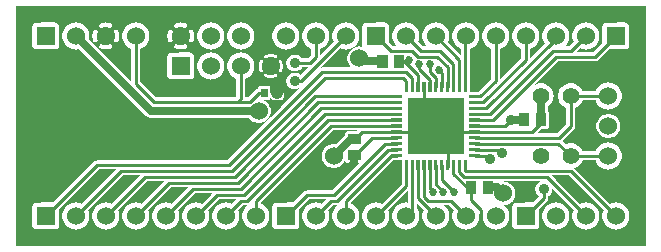
<source format=gbr>
G04 start of page 2 for group 0 idx 0 *
G04 Title: (unknown), component *
G04 Creator: pcb 20110918 *
G04 CreationDate: Wed Aug  7 17:59:57 2013 UTC *
G04 For: mokus *
G04 Format: Gerber/RS-274X *
G04 PCB-Dimensions: 210000 80000 *
G04 PCB-Coordinate-Origin: lower left *
%MOIN*%
%FSLAX25Y25*%
%LNTOP*%
%ADD27C,0.0280*%
%ADD26C,0.0300*%
%ADD25C,0.0380*%
%ADD24C,0.0130*%
%ADD23C,0.0350*%
%ADD22C,0.0200*%
%ADD21C,0.0270*%
%ADD20C,0.0360*%
%ADD19R,0.0216X0.0216*%
%ADD18R,0.0110X0.0110*%
%ADD17R,0.0335X0.0335*%
%ADD16C,0.0550*%
%ADD15C,0.0600*%
%ADD14C,0.0400*%
%ADD13C,0.0250*%
%ADD12C,0.0100*%
%ADD11C,0.0001*%
G54D11*G36*
X50243Y18122D02*X51621Y19500D01*
X57379D01*
X51944Y14065D01*
X51395Y14293D01*
X50706Y14458D01*
X50243Y14495D01*
Y18122D01*
G37*
G36*
X64993Y17500D02*X65379D01*
X64993Y17114D01*
Y17500D01*
G37*
G36*
X88284Y21162D02*X105621Y38500D01*
X113624D01*
X113548Y38425D01*
X110678Y38419D01*
X110525Y38382D01*
X110380Y38322D01*
X110245Y38240D01*
X110126Y38137D01*
X110023Y38018D01*
X109941Y37883D01*
X109881Y37738D01*
X109844Y37585D01*
X109835Y37428D01*
X109836Y37018D01*
X106751Y33933D01*
X106628Y33963D01*
X106000Y34012D01*
X105372Y33963D01*
X104760Y33816D01*
X104178Y33575D01*
X103642Y33246D01*
X103163Y32837D01*
X102754Y32358D01*
X102425Y31822D01*
X102184Y31240D01*
X102037Y30628D01*
X101988Y30000D01*
X102037Y29372D01*
X102184Y28760D01*
X102425Y28178D01*
X102754Y27642D01*
X103163Y27163D01*
X103642Y26754D01*
X104178Y26425D01*
X104760Y26184D01*
X105372Y26037D01*
X106000Y25988D01*
X106628Y26037D01*
X107240Y26184D01*
X107822Y26425D01*
X108358Y26754D01*
X108837Y27163D01*
X109246Y27642D01*
X109575Y28178D01*
X109816Y28760D01*
X109843Y28873D01*
X109844Y28415D01*
X109881Y28262D01*
X109941Y28117D01*
X110023Y27982D01*
X110126Y27863D01*
X110245Y27760D01*
X110380Y27678D01*
X110525Y27618D01*
X110678Y27581D01*
X110835Y27572D01*
X114458Y27579D01*
X105379Y18500D01*
X97059D01*
X97000Y18505D01*
X96765Y18486D01*
X96535Y18431D01*
X96317Y18341D01*
X96116Y18217D01*
X96115Y18217D01*
X95936Y18064D01*
X95898Y18019D01*
X92377Y14499D01*
X88284Y14489D01*
Y21162D01*
G37*
G36*
X210000Y0D02*X197494D01*
Y6258D01*
X197951Y5978D01*
X198605Y5707D01*
X199294Y5542D01*
X200000Y5486D01*
X200706Y5542D01*
X201395Y5707D01*
X202049Y5978D01*
X202653Y6348D01*
X203192Y6808D01*
X203652Y7347D01*
X204022Y7951D01*
X204293Y8605D01*
X204458Y9294D01*
X204500Y10000D01*
X204458Y10706D01*
X204293Y11395D01*
X204022Y12049D01*
X203652Y12653D01*
X203192Y13192D01*
X202653Y13652D01*
X202049Y14022D01*
X201395Y14293D01*
X200706Y14458D01*
X200000Y14514D01*
X199294Y14458D01*
X198605Y14293D01*
X198056Y14065D01*
X197494Y14627D01*
Y25487D01*
X197500Y25486D01*
X198206Y25542D01*
X198895Y25707D01*
X199549Y25978D01*
X200153Y26348D01*
X200692Y26808D01*
X201152Y27347D01*
X201522Y27951D01*
X201793Y28605D01*
X201958Y29294D01*
X202000Y30000D01*
X201958Y30706D01*
X201793Y31395D01*
X201522Y32049D01*
X201152Y32653D01*
X200692Y33192D01*
X200153Y33652D01*
X199549Y34022D01*
X198895Y34293D01*
X198206Y34458D01*
X197500Y34514D01*
X197494Y34513D01*
Y35988D01*
X197500Y35988D01*
X198128Y36037D01*
X198740Y36184D01*
X199322Y36425D01*
X199858Y36754D01*
X200337Y37163D01*
X200746Y37642D01*
X201075Y38178D01*
X201316Y38760D01*
X201463Y39372D01*
X201500Y40000D01*
X201463Y40628D01*
X201316Y41240D01*
X201075Y41822D01*
X200746Y42358D01*
X200337Y42837D01*
X199858Y43246D01*
X199322Y43575D01*
X198740Y43816D01*
X198128Y43963D01*
X197500Y44012D01*
X197494Y44012D01*
Y45487D01*
X197500Y45486D01*
X198206Y45542D01*
X198895Y45707D01*
X199549Y45978D01*
X200153Y46348D01*
X200692Y46808D01*
X201152Y47347D01*
X201522Y47951D01*
X201793Y48605D01*
X201958Y49294D01*
X202000Y50000D01*
X201958Y50706D01*
X201793Y51395D01*
X201522Y52049D01*
X201152Y52653D01*
X200692Y53192D01*
X200153Y53652D01*
X199549Y54022D01*
X198895Y54293D01*
X198206Y54458D01*
X197500Y54514D01*
X197494Y54513D01*
Y65373D01*
X197623Y65501D01*
X203235Y65514D01*
X203465Y65569D01*
X203683Y65659D01*
X203884Y65783D01*
X204064Y65936D01*
X204217Y66116D01*
X204341Y66317D01*
X204431Y66535D01*
X204486Y66765D01*
X204500Y67000D01*
X204486Y73235D01*
X204431Y73465D01*
X204341Y73683D01*
X204217Y73884D01*
X204064Y74064D01*
X203884Y74217D01*
X203683Y74341D01*
X203465Y74431D01*
X203235Y74486D01*
X203000Y74500D01*
X197494Y74488D01*
Y80000D01*
X210000D01*
Y0D01*
G37*
G36*
X197494Y74488D02*X196765Y74486D01*
X196535Y74431D01*
X196317Y74341D01*
X196116Y74217D01*
X195936Y74064D01*
X195783Y73884D01*
X195659Y73683D01*
X195569Y73465D01*
X195514Y73235D01*
X195500Y73000D01*
X195512Y67633D01*
X192379Y64500D01*
X186621D01*
X188056Y65935D01*
X188605Y65707D01*
X189294Y65542D01*
X190000Y65486D01*
X190706Y65542D01*
X191395Y65707D01*
X192049Y65978D01*
X192653Y66348D01*
X193192Y66808D01*
X193652Y67347D01*
X194022Y67951D01*
X194293Y68605D01*
X194458Y69294D01*
X194500Y70000D01*
X194458Y70706D01*
X194293Y71395D01*
X194022Y72049D01*
X193652Y72653D01*
X193192Y73192D01*
X192653Y73652D01*
X192049Y74022D01*
X191395Y74293D01*
X190706Y74458D01*
X190000Y74514D01*
X189294Y74458D01*
X188605Y74293D01*
X187951Y74022D01*
X187347Y73652D01*
X186808Y73192D01*
X186348Y72653D01*
X185978Y72049D01*
X185707Y71395D01*
X185542Y70706D01*
X185486Y70000D01*
X185542Y69294D01*
X185707Y68605D01*
X185935Y68056D01*
X184379Y66500D01*
X182831D01*
X183192Y66808D01*
X183652Y67347D01*
X184022Y67951D01*
X184293Y68605D01*
X184458Y69294D01*
X184500Y70000D01*
X184458Y70706D01*
X184293Y71395D01*
X184022Y72049D01*
X183652Y72653D01*
X183192Y73192D01*
X182653Y73652D01*
X182049Y74022D01*
X181395Y74293D01*
X180706Y74458D01*
X180000Y74514D01*
X179294Y74458D01*
X178605Y74293D01*
X177951Y74022D01*
X177347Y73652D01*
X176808Y73192D01*
X176348Y72653D01*
X175978Y72049D01*
X175707Y71395D01*
X175542Y70706D01*
X175486Y70000D01*
X175542Y69294D01*
X175707Y68605D01*
X175978Y67951D01*
X176302Y67423D01*
X171500Y62621D01*
Y65751D01*
X172049Y65978D01*
X172653Y66348D01*
X173192Y66808D01*
X173652Y67347D01*
X174022Y67951D01*
X174293Y68605D01*
X174458Y69294D01*
X174500Y70000D01*
X174458Y70706D01*
X174293Y71395D01*
X174022Y72049D01*
X173652Y72653D01*
X173192Y73192D01*
X172653Y73652D01*
X172049Y74022D01*
X171395Y74293D01*
X170706Y74458D01*
X170000Y74514D01*
X169294Y74458D01*
X168605Y74293D01*
X167951Y74022D01*
X167347Y73652D01*
X166808Y73192D01*
X166348Y72653D01*
X165978Y72049D01*
X165707Y71395D01*
X165542Y70706D01*
X165486Y70000D01*
X165542Y69294D01*
X165707Y68605D01*
X165978Y67951D01*
X166348Y67347D01*
X166808Y66808D01*
X167347Y66348D01*
X167951Y65978D01*
X168500Y65751D01*
Y62621D01*
X161500Y55621D01*
Y65751D01*
X162049Y65978D01*
X162653Y66348D01*
X163192Y66808D01*
X163652Y67347D01*
X164022Y67951D01*
X164293Y68605D01*
X164458Y69294D01*
X164500Y70000D01*
X164458Y70706D01*
X164293Y71395D01*
X164022Y72049D01*
X163652Y72653D01*
X163192Y73192D01*
X162653Y73652D01*
X162049Y74022D01*
X161395Y74293D01*
X160706Y74458D01*
X160000Y74514D01*
X159294Y74458D01*
X158605Y74293D01*
X157951Y74022D01*
X157347Y73652D01*
X156808Y73192D01*
X156348Y72653D01*
X155978Y72049D01*
X155707Y71395D01*
X155542Y70706D01*
X155486Y70000D01*
X155542Y69294D01*
X155707Y68605D01*
X155978Y67951D01*
X156348Y67347D01*
X156808Y66808D01*
X157347Y66348D01*
X157951Y65978D01*
X158500Y65751D01*
Y55621D01*
X154270Y51392D01*
X151393Y51385D01*
X151384Y54920D01*
X151347Y55073D01*
X151342Y55085D01*
Y65694D01*
X151395Y65707D01*
X152049Y65978D01*
X152653Y66348D01*
X153192Y66808D01*
X153652Y67347D01*
X154022Y67951D01*
X154293Y68605D01*
X154458Y69294D01*
X154500Y70000D01*
X154458Y70706D01*
X154293Y71395D01*
X154022Y72049D01*
X153652Y72653D01*
X153192Y73192D01*
X152653Y73652D01*
X152049Y74022D01*
X151395Y74293D01*
X150706Y74458D01*
X150000Y74514D01*
X149294Y74458D01*
X148605Y74293D01*
X147951Y74022D01*
X147347Y73652D01*
X146808Y73192D01*
X146348Y72653D01*
X145978Y72049D01*
X145707Y71395D01*
X145542Y70706D01*
X145486Y70000D01*
X145542Y69294D01*
X145707Y68605D01*
X145978Y67951D01*
X146348Y67347D01*
X146808Y66808D01*
X147347Y66348D01*
X147951Y65978D01*
X148342Y65816D01*
Y63779D01*
X144065Y68056D01*
X144293Y68605D01*
X144458Y69294D01*
X144500Y70000D01*
X144458Y70706D01*
X144293Y71395D01*
X144022Y72049D01*
X143652Y72653D01*
X143192Y73192D01*
X142653Y73652D01*
X142049Y74022D01*
X141395Y74293D01*
X140706Y74458D01*
X140000Y74514D01*
X139294Y74458D01*
X138605Y74293D01*
X137951Y74022D01*
X137347Y73652D01*
X136808Y73192D01*
X136348Y72653D01*
X135978Y72049D01*
X135707Y71395D01*
X135542Y70706D01*
X135486Y70000D01*
X135542Y69294D01*
X135707Y68605D01*
X135978Y67951D01*
X136348Y67347D01*
X136808Y66808D01*
X137169Y66500D01*
X135621D01*
X134065Y68056D01*
X134293Y68605D01*
X134458Y69294D01*
X134500Y70000D01*
X134458Y70706D01*
X134293Y71395D01*
X134022Y72049D01*
X133652Y72653D01*
X133192Y73192D01*
X132653Y73652D01*
X132049Y74022D01*
X131395Y74293D01*
X130706Y74458D01*
X130000Y74514D01*
X129294Y74458D01*
X128605Y74293D01*
X127951Y74022D01*
X127347Y73652D01*
X126808Y73192D01*
X126348Y72653D01*
X125978Y72049D01*
X125707Y71395D01*
X125542Y70706D01*
X125486Y70000D01*
X125542Y69294D01*
X125707Y68605D01*
X125978Y67951D01*
X126348Y67347D01*
X126808Y66808D01*
X127169Y66500D01*
X125621D01*
X124499Y67623D01*
X124486Y73235D01*
X124431Y73465D01*
X124341Y73683D01*
X124217Y73884D01*
X124064Y74064D01*
X123884Y74217D01*
X123683Y74341D01*
X123465Y74431D01*
X123235Y74486D01*
X123000Y74500D01*
X116765Y74486D01*
X116535Y74431D01*
X116317Y74341D01*
X116116Y74217D01*
X115936Y74064D01*
X115783Y73884D01*
X115659Y73683D01*
X115569Y73465D01*
X115514Y73235D01*
X115500Y73000D01*
X115514Y66765D01*
X115569Y66535D01*
X115651Y66337D01*
X115128Y66463D01*
X114500Y66512D01*
X113872Y66463D01*
X113260Y66316D01*
X112678Y66075D01*
X112142Y65746D01*
X111663Y65337D01*
X111254Y64858D01*
X110925Y64322D01*
X110684Y63740D01*
X110537Y63128D01*
X110488Y62500D01*
X110537Y61872D01*
X110684Y61260D01*
X110925Y60678D01*
X111254Y60142D01*
X111663Y59663D01*
X111854Y59500D01*
X102059D01*
X102000Y59505D01*
X101765Y59486D01*
X101558Y59436D01*
X108056Y65935D01*
X108605Y65707D01*
X109294Y65542D01*
X110000Y65486D01*
X110706Y65542D01*
X111395Y65707D01*
X112049Y65978D01*
X112653Y66348D01*
X113192Y66808D01*
X113652Y67347D01*
X114022Y67951D01*
X114293Y68605D01*
X114458Y69294D01*
X114500Y70000D01*
X114458Y70706D01*
X114293Y71395D01*
X114022Y72049D01*
X113652Y72653D01*
X113192Y73192D01*
X112653Y73652D01*
X112049Y74022D01*
X111395Y74293D01*
X110706Y74458D01*
X110000Y74514D01*
X109294Y74458D01*
X108605Y74293D01*
X107951Y74022D01*
X107347Y73652D01*
X106808Y73192D01*
X106348Y72653D01*
X105978Y72049D01*
X105707Y71395D01*
X105542Y70706D01*
X105486Y70000D01*
X105542Y69294D01*
X105707Y68605D01*
X105935Y68056D01*
X101500Y63621D01*
Y65751D01*
X102049Y65978D01*
X102653Y66348D01*
X103192Y66808D01*
X103652Y67347D01*
X104022Y67951D01*
X104293Y68605D01*
X104458Y69294D01*
X104500Y70000D01*
X104458Y70706D01*
X104293Y71395D01*
X104022Y72049D01*
X103652Y72653D01*
X103192Y73192D01*
X102653Y73652D01*
X102049Y74022D01*
X101395Y74293D01*
X100706Y74458D01*
X100000Y74514D01*
X99294Y74458D01*
X98605Y74293D01*
X97951Y74022D01*
X97347Y73652D01*
X96808Y73192D01*
X96348Y72653D01*
X95978Y72049D01*
X95707Y71395D01*
X95542Y70706D01*
X95486Y70000D01*
X95542Y69294D01*
X95707Y68605D01*
X95978Y67951D01*
X96348Y67347D01*
X96808Y66808D01*
X97347Y66348D01*
X97951Y65978D01*
X98500Y65751D01*
Y63621D01*
X97379Y62500D01*
X95365D01*
X95272Y62651D01*
X94986Y62986D01*
X94651Y63272D01*
X94275Y63503D01*
X93868Y63671D01*
X93439Y63774D01*
X93000Y63809D01*
X92561Y63774D01*
X92132Y63671D01*
X91725Y63503D01*
X91349Y63272D01*
X91014Y62986D01*
X90728Y62651D01*
X90497Y62275D01*
X90329Y61868D01*
X90226Y61439D01*
X90191Y61000D01*
X90226Y60561D01*
X90329Y60132D01*
X90497Y59725D01*
X90728Y59349D01*
X91014Y59014D01*
X91349Y58728D01*
X91725Y58497D01*
X92132Y58329D01*
X92561Y58226D01*
X93000Y58191D01*
X93439Y58226D01*
X93868Y58329D01*
X94275Y58497D01*
X94651Y58728D01*
X94986Y59014D01*
X95272Y59349D01*
X95365Y59500D01*
X97379D01*
X94921Y57042D01*
X94651Y57272D01*
X94275Y57503D01*
X93868Y57671D01*
X93439Y57774D01*
X93000Y57809D01*
X92561Y57774D01*
X92132Y57671D01*
X91725Y57503D01*
X91349Y57272D01*
X91014Y56986D01*
X90728Y56651D01*
X90497Y56275D01*
X90329Y55868D01*
X90226Y55439D01*
X90191Y55000D01*
X90226Y54561D01*
X90329Y54132D01*
X90497Y53725D01*
X90728Y53349D01*
X91014Y53014D01*
X91349Y52728D01*
X91725Y52497D01*
X92132Y52329D01*
X92561Y52226D01*
X93000Y52191D01*
X93439Y52226D01*
X93868Y52329D01*
X94275Y52497D01*
X94536Y52657D01*
X88284Y46405D01*
Y48533D01*
X88404Y48534D01*
X88557Y48571D01*
X88703Y48631D01*
X88837Y48713D01*
X88957Y48815D01*
X89059Y48935D01*
X89141Y49069D01*
X89201Y49215D01*
X89238Y49368D01*
X89248Y49524D01*
X89238Y52632D01*
X89201Y52785D01*
X89141Y52931D01*
X89059Y53065D01*
X88957Y53185D01*
X88837Y53287D01*
X88703Y53369D01*
X88557Y53429D01*
X88404Y53466D01*
X88284Y53473D01*
Y57869D01*
X88287Y57870D01*
X88355Y57909D01*
X88416Y57958D01*
X88469Y58017D01*
X88511Y58083D01*
X88674Y58408D01*
X88803Y58748D01*
X88901Y59098D01*
X88967Y59456D01*
X89000Y59818D01*
Y60182D01*
X88967Y60544D01*
X88901Y60902D01*
X88803Y61252D01*
X88674Y61592D01*
X88515Y61919D01*
X88472Y61985D01*
X88419Y62044D01*
X88357Y62094D01*
X88288Y62133D01*
X88284Y62135D01*
Y65840D01*
X88605Y65707D01*
X89294Y65542D01*
X90000Y65486D01*
X90706Y65542D01*
X91395Y65707D01*
X92049Y65978D01*
X92653Y66348D01*
X93192Y66808D01*
X93652Y67347D01*
X94022Y67951D01*
X94293Y68605D01*
X94458Y69294D01*
X94500Y70000D01*
X94458Y70706D01*
X94293Y71395D01*
X94022Y72049D01*
X93652Y72653D01*
X93192Y73192D01*
X92653Y73652D01*
X92049Y74022D01*
X91395Y74293D01*
X90706Y74458D01*
X90000Y74514D01*
X89294Y74458D01*
X88605Y74293D01*
X88284Y74160D01*
Y80000D01*
X197494D01*
Y74488D01*
G37*
G36*
Y54513D02*X196794Y54458D01*
X196105Y54293D01*
X195451Y54022D01*
X194847Y53652D01*
X194308Y53192D01*
X193848Y52653D01*
X193478Y52049D01*
X193251Y51500D01*
X188979D01*
X188798Y51935D01*
X188449Y52506D01*
X188014Y53014D01*
X187506Y53449D01*
X186935Y53798D01*
X186317Y54054D01*
X185667Y54211D01*
X185000Y54263D01*
X184333Y54211D01*
X183683Y54054D01*
X183065Y53798D01*
X182494Y53449D01*
X181986Y53014D01*
X181551Y52506D01*
X181202Y51935D01*
X180946Y51317D01*
X180789Y50667D01*
X180737Y50000D01*
X180789Y49333D01*
X180946Y48683D01*
X181202Y48065D01*
X181551Y47494D01*
X181986Y46986D01*
X182494Y46551D01*
X183065Y46202D01*
X183500Y46021D01*
Y40621D01*
X180442Y37563D01*
X173684D01*
X174961Y38839D01*
X176840Y38844D01*
X176993Y38881D01*
X177138Y38941D01*
X177273Y39023D01*
X177392Y39126D01*
X177495Y39245D01*
X177577Y39380D01*
X177637Y39525D01*
X177674Y39678D01*
X177683Y39835D01*
X177674Y44322D01*
X177637Y44475D01*
X177577Y44620D01*
X177495Y44755D01*
X177392Y44874D01*
X177273Y44977D01*
X177260Y44984D01*
Y46400D01*
X177506Y46551D01*
X178014Y46986D01*
X178449Y47494D01*
X178798Y48065D01*
X179054Y48683D01*
X179211Y49333D01*
X179250Y50000D01*
X179211Y50667D01*
X179054Y51317D01*
X178798Y51935D01*
X178449Y52506D01*
X178014Y53014D01*
X177506Y53449D01*
X176935Y53798D01*
X176317Y54054D01*
X175667Y54211D01*
X175000Y54263D01*
X174333Y54211D01*
X173683Y54054D01*
X173065Y53798D01*
X172691Y53569D01*
X180621Y61500D01*
X192941D01*
X193000Y61495D01*
X193235Y61514D01*
X193235Y61514D01*
X193465Y61569D01*
X193683Y61659D01*
X193884Y61783D01*
X194064Y61936D01*
X194102Y61981D01*
X197494Y65373D01*
Y54513D01*
G37*
G36*
Y34513D02*X196794Y34458D01*
X196105Y34293D01*
X195451Y34022D01*
X194847Y33652D01*
X194308Y33192D01*
X193848Y32653D01*
X193478Y32049D01*
X193251Y31500D01*
X188979D01*
X188798Y31935D01*
X188449Y32506D01*
X188014Y33014D01*
X187506Y33449D01*
X186935Y33798D01*
X186317Y34054D01*
X185667Y34211D01*
X185000Y34263D01*
X184333Y34211D01*
X183683Y34054D01*
X183247Y33874D01*
X182124Y34997D01*
X182127Y34999D01*
X182165Y35044D01*
X186019Y38898D01*
X186064Y38936D01*
X186217Y39115D01*
X186217Y39116D01*
X186341Y39317D01*
X186431Y39535D01*
X186486Y39765D01*
X186505Y40000D01*
X186500Y40059D01*
Y46021D01*
X186935Y46202D01*
X187506Y46551D01*
X188014Y46986D01*
X188449Y47494D01*
X188798Y48065D01*
X188979Y48500D01*
X193251D01*
X193478Y47951D01*
X193848Y47347D01*
X194308Y46808D01*
X194847Y46348D01*
X195451Y45978D01*
X196105Y45707D01*
X196794Y45542D01*
X197494Y45487D01*
Y44012D01*
X196872Y43963D01*
X196260Y43816D01*
X195678Y43575D01*
X195142Y43246D01*
X194663Y42837D01*
X194254Y42358D01*
X193925Y41822D01*
X193684Y41240D01*
X193537Y40628D01*
X193488Y40000D01*
X193537Y39372D01*
X193684Y38760D01*
X193925Y38178D01*
X194254Y37642D01*
X194663Y37163D01*
X195142Y36754D01*
X195678Y36425D01*
X196260Y36184D01*
X196872Y36037D01*
X197494Y35988D01*
Y34513D01*
G37*
G36*
Y14627D02*X186203Y25918D01*
X186317Y25946D01*
X186935Y26202D01*
X187506Y26551D01*
X188014Y26986D01*
X188449Y27494D01*
X188798Y28065D01*
X188979Y28500D01*
X193251D01*
X193478Y27951D01*
X193848Y27347D01*
X194308Y26808D01*
X194847Y26348D01*
X195451Y25978D01*
X196105Y25707D01*
X196794Y25542D01*
X197494Y25487D01*
Y14627D01*
G37*
G36*
Y0D02*X179993D01*
Y5487D01*
X180000Y5486D01*
X180706Y5542D01*
X181395Y5707D01*
X182049Y5978D01*
X182653Y6348D01*
X183192Y6808D01*
X183652Y7347D01*
X184022Y7951D01*
X184293Y8605D01*
X184458Y9294D01*
X184500Y10000D01*
X184458Y10706D01*
X184293Y11395D01*
X184022Y12049D01*
X183652Y12653D01*
X183192Y13192D01*
X182653Y13652D01*
X182049Y14022D01*
X181395Y14293D01*
X180706Y14458D01*
X180000Y14514D01*
X179993Y14513D01*
Y17886D01*
X185935Y11944D01*
X185707Y11395D01*
X185542Y10706D01*
X185486Y10000D01*
X185542Y9294D01*
X185707Y8605D01*
X185978Y7951D01*
X186348Y7347D01*
X186808Y6808D01*
X187347Y6348D01*
X187951Y5978D01*
X188605Y5707D01*
X189294Y5542D01*
X190000Y5486D01*
X190706Y5542D01*
X191395Y5707D01*
X192049Y5978D01*
X192653Y6348D01*
X193192Y6808D01*
X193652Y7347D01*
X194022Y7951D01*
X194293Y8605D01*
X194458Y9294D01*
X194500Y10000D01*
X194458Y10706D01*
X194293Y11395D01*
X194022Y12049D01*
X193652Y12653D01*
X193192Y13192D01*
X192653Y13652D01*
X192049Y14022D01*
X191395Y14293D01*
X190706Y14458D01*
X190000Y14514D01*
X189294Y14458D01*
X188605Y14293D01*
X188056Y14065D01*
X179993Y22128D01*
Y23500D01*
X184379D01*
X195935Y11944D01*
X195707Y11395D01*
X195542Y10706D01*
X195486Y10000D01*
X195542Y9294D01*
X195707Y8605D01*
X195978Y7951D01*
X196348Y7347D01*
X196808Y6808D01*
X197347Y6348D01*
X197494Y6258D01*
Y0D01*
G37*
G36*
X179993Y22128D02*X178621Y23500D01*
X179993D01*
Y22128D01*
G37*
G36*
Y0D02*X88284D01*
Y5503D01*
X93235Y5514D01*
X93465Y5569D01*
X93683Y5659D01*
X93884Y5783D01*
X94064Y5936D01*
X94217Y6116D01*
X94341Y6317D01*
X94431Y6535D01*
X94486Y6765D01*
X94500Y7000D01*
X94488Y12367D01*
X97621Y15500D01*
X103379D01*
X101944Y14065D01*
X101395Y14293D01*
X100706Y14458D01*
X100000Y14514D01*
X99294Y14458D01*
X98605Y14293D01*
X97951Y14022D01*
X97347Y13652D01*
X96808Y13192D01*
X96348Y12653D01*
X95978Y12049D01*
X95707Y11395D01*
X95542Y10706D01*
X95486Y10000D01*
X95542Y9294D01*
X95707Y8605D01*
X95978Y7951D01*
X96348Y7347D01*
X96808Y6808D01*
X97347Y6348D01*
X97951Y5978D01*
X98605Y5707D01*
X99294Y5542D01*
X100000Y5486D01*
X100706Y5542D01*
X101395Y5707D01*
X102049Y5978D01*
X102653Y6348D01*
X103192Y6808D01*
X103652Y7347D01*
X104022Y7951D01*
X104293Y8605D01*
X104458Y9294D01*
X104500Y10000D01*
X104458Y10706D01*
X104293Y11395D01*
X104065Y11944D01*
X105621Y13500D01*
X106941D01*
X107000Y13495D01*
X107180Y13510D01*
X106808Y13192D01*
X106348Y12653D01*
X105978Y12049D01*
X105707Y11395D01*
X105542Y10706D01*
X105486Y10000D01*
X105542Y9294D01*
X105707Y8605D01*
X105978Y7951D01*
X106348Y7347D01*
X106808Y6808D01*
X107347Y6348D01*
X107951Y5978D01*
X108605Y5707D01*
X109294Y5542D01*
X110000Y5486D01*
X110706Y5542D01*
X111395Y5707D01*
X112049Y5978D01*
X112653Y6348D01*
X113192Y6808D01*
X113652Y7347D01*
X114022Y7951D01*
X114293Y8605D01*
X114458Y9294D01*
X114500Y10000D01*
X114458Y10706D01*
X114293Y11395D01*
X114022Y12049D01*
X113652Y12653D01*
X113192Y13192D01*
X112653Y13652D01*
X112049Y14022D01*
X111500Y14249D01*
Y14379D01*
X125730Y28608D01*
X128607Y28615D01*
X128616Y25080D01*
X128653Y24927D01*
X128658Y24915D01*
Y20779D01*
X121944Y14065D01*
X121395Y14293D01*
X120706Y14458D01*
X120000Y14514D01*
X119294Y14458D01*
X118605Y14293D01*
X117951Y14022D01*
X117347Y13652D01*
X116808Y13192D01*
X116348Y12653D01*
X115978Y12049D01*
X115707Y11395D01*
X115542Y10706D01*
X115486Y10000D01*
X115542Y9294D01*
X115707Y8605D01*
X115978Y7951D01*
X116348Y7347D01*
X116808Y6808D01*
X117347Y6348D01*
X117951Y5978D01*
X118605Y5707D01*
X119294Y5542D01*
X120000Y5486D01*
X120706Y5542D01*
X121395Y5707D01*
X122049Y5978D01*
X122653Y6348D01*
X123192Y6808D01*
X123652Y7347D01*
X124022Y7951D01*
X124293Y8605D01*
X124458Y9294D01*
X124500Y10000D01*
X124458Y10706D01*
X124293Y11395D01*
X124065Y11944D01*
X130626Y18505D01*
Y14465D01*
X130000Y14514D01*
X129294Y14458D01*
X128605Y14293D01*
X127951Y14022D01*
X127347Y13652D01*
X126808Y13192D01*
X126348Y12653D01*
X125978Y12049D01*
X125707Y11395D01*
X125542Y10706D01*
X125486Y10000D01*
X125542Y9294D01*
X125707Y8605D01*
X125978Y7951D01*
X126348Y7347D01*
X126808Y6808D01*
X127347Y6348D01*
X127951Y5978D01*
X128605Y5707D01*
X129294Y5542D01*
X130000Y5486D01*
X130706Y5542D01*
X131395Y5707D01*
X132049Y5978D01*
X132653Y6348D01*
X133192Y6808D01*
X133652Y7347D01*
X134022Y7951D01*
X134293Y8605D01*
X134458Y9294D01*
X134500Y10000D01*
X134458Y10706D01*
X134293Y11395D01*
X134022Y12049D01*
X133652Y12653D01*
X133626Y12683D01*
Y14253D01*
X135935Y11944D01*
X135707Y11395D01*
X135542Y10706D01*
X135486Y10000D01*
X135542Y9294D01*
X135707Y8605D01*
X135978Y7951D01*
X136348Y7347D01*
X136808Y6808D01*
X137347Y6348D01*
X137951Y5978D01*
X138605Y5707D01*
X139294Y5542D01*
X140000Y5486D01*
X140706Y5542D01*
X141395Y5707D01*
X142049Y5978D01*
X142653Y6348D01*
X143192Y6808D01*
X143652Y7347D01*
X144022Y7951D01*
X144293Y8605D01*
X144458Y9294D01*
X144500Y10000D01*
X144458Y10706D01*
X144293Y11395D01*
X144022Y12049D01*
X143652Y12653D01*
X143192Y13192D01*
X142831Y13500D01*
X144379D01*
X145935Y11944D01*
X145707Y11395D01*
X145542Y10706D01*
X145486Y10000D01*
X145542Y9294D01*
X145707Y8605D01*
X145978Y7951D01*
X146348Y7347D01*
X146808Y6808D01*
X147347Y6348D01*
X147951Y5978D01*
X148605Y5707D01*
X149294Y5542D01*
X150000Y5486D01*
X150706Y5542D01*
X151395Y5707D01*
X152049Y5978D01*
X152653Y6348D01*
X153192Y6808D01*
X153652Y7347D01*
X154022Y7951D01*
X154293Y8605D01*
X154458Y9294D01*
X154500Y10000D01*
X154465Y10598D01*
X154535Y10569D01*
X154765Y10514D01*
X155000Y10495D01*
X155235Y10514D01*
X155465Y10569D01*
X155533Y10597D01*
X155486Y10000D01*
X155542Y9294D01*
X155707Y8605D01*
X155978Y7951D01*
X156348Y7347D01*
X156808Y6808D01*
X157347Y6348D01*
X157951Y5978D01*
X158605Y5707D01*
X159294Y5542D01*
X160000Y5486D01*
X160706Y5542D01*
X161395Y5707D01*
X162049Y5978D01*
X162653Y6348D01*
X163192Y6808D01*
X163652Y7347D01*
X164022Y7951D01*
X164293Y8605D01*
X164458Y9294D01*
X164500Y10000D01*
X164458Y10706D01*
X164293Y11395D01*
X164022Y12049D01*
X163652Y12653D01*
X163192Y13192D01*
X162816Y13513D01*
X163128Y13537D01*
X163740Y13684D01*
X164322Y13925D01*
X164858Y14254D01*
X165337Y14663D01*
X165746Y15142D01*
X166075Y15678D01*
X166316Y16260D01*
X166463Y16872D01*
X166500Y17500D01*
X166463Y18128D01*
X166316Y18740D01*
X166075Y19322D01*
X165746Y19858D01*
X165337Y20337D01*
X164858Y20746D01*
X164322Y21075D01*
X163740Y21316D01*
X163128Y21463D01*
X162657Y21500D01*
X174721D01*
X174349Y21272D01*
X174014Y20986D01*
X173728Y20651D01*
X173497Y20275D01*
X173329Y19868D01*
X173226Y19439D01*
X173191Y19000D01*
X173226Y18561D01*
X173329Y18132D01*
X173497Y17725D01*
X173728Y17349D01*
X174014Y17014D01*
X174349Y16728D01*
X174500Y16635D01*
Y16621D01*
X172377Y14499D01*
X166765Y14486D01*
X166535Y14431D01*
X166317Y14341D01*
X166116Y14217D01*
X165936Y14064D01*
X165783Y13884D01*
X165659Y13683D01*
X165569Y13465D01*
X165514Y13235D01*
X165500Y13000D01*
X165514Y6765D01*
X165569Y6535D01*
X165659Y6317D01*
X165783Y6116D01*
X165936Y5936D01*
X166116Y5783D01*
X166317Y5659D01*
X166535Y5569D01*
X166765Y5514D01*
X167000Y5500D01*
X173235Y5514D01*
X173465Y5569D01*
X173683Y5659D01*
X173884Y5783D01*
X174064Y5936D01*
X174217Y6116D01*
X174341Y6317D01*
X174431Y6535D01*
X174486Y6765D01*
X174500Y7000D01*
X174488Y12367D01*
X177019Y14898D01*
X177064Y14936D01*
X177217Y15115D01*
X177217Y15116D01*
X177341Y15317D01*
X177431Y15535D01*
X177486Y15765D01*
X177505Y16000D01*
X177500Y16059D01*
Y16635D01*
X177651Y16728D01*
X177986Y17014D01*
X178272Y17349D01*
X178503Y17725D01*
X178671Y18132D01*
X178774Y18561D01*
X178800Y19000D01*
X178795Y19084D01*
X179993Y17886D01*
Y14513D01*
X179294Y14458D01*
X178605Y14293D01*
X177951Y14022D01*
X177347Y13652D01*
X176808Y13192D01*
X176348Y12653D01*
X175978Y12049D01*
X175707Y11395D01*
X175542Y10706D01*
X175486Y10000D01*
X175542Y9294D01*
X175707Y8605D01*
X175978Y7951D01*
X176348Y7347D01*
X176808Y6808D01*
X177347Y6348D01*
X177951Y5978D01*
X178605Y5707D01*
X179294Y5542D01*
X179993Y5487D01*
Y0D01*
G37*
G36*
X88284Y46405D02*X84998Y43120D01*
Y44974D01*
X85000Y45000D01*
X84998Y45026D01*
Y56000D01*
X85182D01*
X85544Y56033D01*
X85902Y56099D01*
X86252Y56197D01*
X86592Y56326D01*
X86919Y56485D01*
X86985Y56528D01*
X87044Y56581D01*
X87094Y56643D01*
X87133Y56712D01*
X87161Y56786D01*
X87177Y56863D01*
X87181Y56942D01*
X87173Y57021D01*
X87152Y57097D01*
X87120Y57170D01*
X87077Y57236D01*
X87024Y57295D01*
X86962Y57344D01*
X86893Y57384D01*
X86819Y57412D01*
X86742Y57428D01*
X86663Y57432D01*
X86584Y57424D01*
X86507Y57403D01*
X86436Y57370D01*
X86193Y57247D01*
X85938Y57150D01*
X85676Y57077D01*
X85408Y57028D01*
X85136Y57003D01*
X84998D01*
Y62997D01*
X85136D01*
X85408Y62972D01*
X85676Y62923D01*
X85938Y62850D01*
X86193Y62753D01*
X86437Y62633D01*
X86509Y62600D01*
X86584Y62579D01*
X86663Y62571D01*
X86741Y62575D01*
X86818Y62591D01*
X86892Y62619D01*
X86960Y62658D01*
X87021Y62707D01*
X87074Y62766D01*
X87117Y62832D01*
X87149Y62904D01*
X87170Y62980D01*
X87178Y63058D01*
X87174Y63136D01*
X87158Y63213D01*
X87130Y63287D01*
X87091Y63355D01*
X87042Y63416D01*
X86983Y63469D01*
X86917Y63511D01*
X86592Y63674D01*
X86252Y63803D01*
X85902Y63901D01*
X85544Y63967D01*
X85182Y64000D01*
X84998D01*
Y80000D01*
X88284D01*
Y74160D01*
X87951Y74022D01*
X87347Y73652D01*
X86808Y73192D01*
X86348Y72653D01*
X85978Y72049D01*
X85707Y71395D01*
X85542Y70706D01*
X85486Y70000D01*
X85542Y69294D01*
X85707Y68605D01*
X85978Y67951D01*
X86348Y67347D01*
X86808Y66808D01*
X87347Y66348D01*
X87951Y65978D01*
X88284Y65840D01*
Y62135D01*
X88214Y62161D01*
X88137Y62177D01*
X88058Y62181D01*
X87979Y62173D01*
X87903Y62152D01*
X87830Y62120D01*
X87764Y62077D01*
X87705Y62024D01*
X87656Y61962D01*
X87616Y61893D01*
X87588Y61819D01*
X87572Y61742D01*
X87568Y61663D01*
X87576Y61584D01*
X87597Y61507D01*
X87630Y61436D01*
X87753Y61193D01*
X87850Y60938D01*
X87923Y60676D01*
X87972Y60408D01*
X87997Y60136D01*
Y59864D01*
X87972Y59592D01*
X87923Y59324D01*
X87850Y59062D01*
X87753Y58807D01*
X87633Y58563D01*
X87600Y58491D01*
X87579Y58416D01*
X87571Y58337D01*
X87575Y58259D01*
X87591Y58182D01*
X87619Y58108D01*
X87658Y58040D01*
X87707Y57979D01*
X87766Y57926D01*
X87832Y57883D01*
X87904Y57851D01*
X87980Y57830D01*
X88058Y57822D01*
X88136Y57826D01*
X88213Y57842D01*
X88284Y57869D01*
Y53473D01*
X88248Y53476D01*
X85926Y53466D01*
X85773Y53429D01*
X85627Y53369D01*
X85493Y53287D01*
X85373Y53185D01*
X85271Y53065D01*
X85189Y52931D01*
X85129Y52785D01*
X85092Y52632D01*
X85082Y52476D01*
X85092Y49368D01*
X85129Y49215D01*
X85189Y49069D01*
X85271Y48935D01*
X85373Y48815D01*
X85493Y48713D01*
X85627Y48631D01*
X85773Y48571D01*
X85926Y48534D01*
X86082Y48524D01*
X88284Y48533D01*
Y46405D01*
G37*
G36*
X84998Y45026D02*X84963Y45628D01*
X84816Y46240D01*
X84575Y46822D01*
X84246Y47358D01*
X83837Y47837D01*
X83358Y48246D01*
X83257Y48308D01*
X83049Y48435D01*
X82971Y48483D01*
X82897Y48529D01*
X84074Y48534D01*
X84227Y48571D01*
X84373Y48631D01*
X84507Y48713D01*
X84627Y48815D01*
X84729Y48935D01*
X84811Y49069D01*
X84871Y49215D01*
X84908Y49368D01*
X84918Y49524D01*
X84908Y52632D01*
X84871Y52785D01*
X84811Y52931D01*
X84729Y53065D01*
X84627Y53185D01*
X84507Y53287D01*
X84373Y53369D01*
X84340Y53383D01*
X84227Y53429D01*
X84074Y53466D01*
X83918Y53476D01*
X81716Y53467D01*
Y57865D01*
X81786Y57839D01*
X81863Y57823D01*
X81942Y57819D01*
X82021Y57827D01*
X82097Y57848D01*
X82170Y57880D01*
X82236Y57923D01*
X82295Y57976D01*
X82344Y58038D01*
X82384Y58107D01*
X82412Y58181D01*
X82428Y58258D01*
X82432Y58337D01*
X82424Y58416D01*
X82403Y58493D01*
X82370Y58564D01*
X82247Y58807D01*
X82150Y59062D01*
X82077Y59324D01*
X82028Y59592D01*
X82003Y59864D01*
Y60136D01*
X82022Y60340D01*
X82028Y60408D01*
X82077Y60676D01*
X82150Y60938D01*
X82247Y61193D01*
X82367Y61437D01*
X82400Y61509D01*
X82421Y61585D01*
X82429Y61663D01*
X82425Y61741D01*
X82409Y61818D01*
X82381Y61892D01*
X82342Y61960D01*
X82293Y62021D01*
X82234Y62074D01*
X82168Y62117D01*
X82096Y62149D01*
X82020Y62170D01*
X81942Y62178D01*
X81864Y62174D01*
X81787Y62158D01*
X81716Y62131D01*
Y80000D01*
X84998D01*
Y64000D01*
X84818D01*
X84456Y63967D01*
X84098Y63901D01*
X83748Y63803D01*
X83408Y63674D01*
X83081Y63515D01*
X83015Y63472D01*
X82956Y63419D01*
X82906Y63357D01*
X82867Y63288D01*
X82839Y63214D01*
X82823Y63137D01*
X82819Y63058D01*
X82827Y62979D01*
X82848Y62903D01*
X82880Y62830D01*
X82923Y62764D01*
X82976Y62705D01*
X83038Y62656D01*
X83107Y62616D01*
X83181Y62588D01*
X83258Y62572D01*
X83337Y62568D01*
X83416Y62576D01*
X83493Y62597D01*
X83564Y62630D01*
X83807Y62753D01*
X84062Y62850D01*
X84324Y62923D01*
X84592Y62972D01*
X84864Y62997D01*
X84998D01*
Y57003D01*
X84864D01*
X84592Y57028D01*
X84340Y57074D01*
X84324Y57077D01*
X84062Y57150D01*
X83807Y57247D01*
X83563Y57367D01*
X83491Y57400D01*
X83415Y57421D01*
X83337Y57429D01*
X83259Y57425D01*
X83182Y57409D01*
X83108Y57381D01*
X83040Y57342D01*
X82979Y57293D01*
X82926Y57234D01*
X82883Y57168D01*
X82851Y57096D01*
X82830Y57020D01*
X82822Y56942D01*
X82826Y56864D01*
X82842Y56787D01*
X82870Y56713D01*
X82909Y56645D01*
X82958Y56584D01*
X83017Y56531D01*
X83083Y56489D01*
X83408Y56326D01*
X83748Y56197D01*
X84098Y56099D01*
X84340Y56054D01*
X84456Y56033D01*
X84818Y56000D01*
X84998D01*
Y45026D01*
G37*
G36*
X81716Y53467D02*X81596Y53466D01*
X81443Y53429D01*
X81297Y53369D01*
X81163Y53287D01*
X81043Y53185D01*
X80941Y53065D01*
X80859Y52931D01*
X80799Y52785D01*
X80762Y52632D01*
X80753Y52483D01*
X80535Y52431D01*
X80317Y52341D01*
X80116Y52217D01*
X80115Y52217D01*
X79936Y52064D01*
X79898Y52019D01*
X77379Y49500D01*
X76500D01*
Y55751D01*
X76505Y55753D01*
X77049Y55978D01*
X77653Y56348D01*
X78192Y56808D01*
X78652Y57347D01*
X79022Y57951D01*
X79293Y58605D01*
X79458Y59294D01*
X79500Y60000D01*
X79480Y60340D01*
X79458Y60706D01*
X79293Y61395D01*
X79022Y62049D01*
X78652Y62653D01*
X78192Y63192D01*
X77653Y63652D01*
X77049Y64022D01*
X76395Y64293D01*
X75706Y64458D01*
X75000Y64514D01*
X74993Y64513D01*
Y65487D01*
X75000Y65486D01*
X75706Y65542D01*
X76395Y65707D01*
X77049Y65978D01*
X77653Y66348D01*
X78192Y66808D01*
X78652Y67347D01*
X79022Y67951D01*
X79293Y68605D01*
X79458Y69294D01*
X79500Y70000D01*
X79458Y70706D01*
X79293Y71395D01*
X79022Y72049D01*
X78652Y72653D01*
X78192Y73192D01*
X77653Y73652D01*
X77049Y74022D01*
X76395Y74293D01*
X75706Y74458D01*
X75000Y74514D01*
X74993Y74513D01*
Y80000D01*
X81716D01*
Y62131D01*
X81713Y62130D01*
X81645Y62091D01*
X81584Y62042D01*
X81531Y61983D01*
X81489Y61917D01*
X81326Y61592D01*
X81197Y61252D01*
X81099Y60902D01*
X81033Y60544D01*
X81000Y60182D01*
Y59818D01*
X81033Y59456D01*
X81099Y59098D01*
X81197Y58748D01*
X81326Y58408D01*
X81485Y58081D01*
X81528Y58015D01*
X81581Y57956D01*
X81643Y57906D01*
X81712Y57867D01*
X81716Y57865D01*
Y53467D01*
G37*
G36*
X74993Y64513D02*X74294Y64458D01*
X73605Y64293D01*
X72951Y64022D01*
X72347Y63652D01*
X71808Y63192D01*
X71348Y62653D01*
X70978Y62049D01*
X70707Y61395D01*
X70542Y60706D01*
X70486Y60000D01*
X70542Y59294D01*
X70707Y58605D01*
X70978Y57951D01*
X71348Y57347D01*
X71808Y56808D01*
X72347Y56348D01*
X72951Y55978D01*
X73500Y55751D01*
Y49621D01*
X73379Y49500D01*
X64993D01*
Y55487D01*
X65000Y55486D01*
X65236Y55505D01*
X65706Y55542D01*
X66395Y55707D01*
X67049Y55978D01*
X67653Y56348D01*
X68192Y56808D01*
X68652Y57347D01*
X69022Y57951D01*
X69293Y58605D01*
X69458Y59294D01*
X69500Y60000D01*
X69458Y60706D01*
X69293Y61395D01*
X69022Y62049D01*
X68652Y62653D01*
X68192Y63192D01*
X67653Y63652D01*
X67049Y64022D01*
X66395Y64293D01*
X65706Y64458D01*
X65000Y64514D01*
X64993Y64513D01*
Y65487D01*
X65000Y65486D01*
X65706Y65542D01*
X66395Y65707D01*
X67049Y65978D01*
X67653Y66348D01*
X68192Y66808D01*
X68652Y67347D01*
X69022Y67951D01*
X69293Y68605D01*
X69458Y69294D01*
X69500Y70000D01*
X69458Y70706D01*
X69293Y71395D01*
X69022Y72049D01*
X68652Y72653D01*
X68192Y73192D01*
X67653Y73652D01*
X67049Y74022D01*
X66395Y74293D01*
X65706Y74458D01*
X65000Y74514D01*
X64993Y74513D01*
Y80000D01*
X74993D01*
Y74513D01*
X74294Y74458D01*
X73605Y74293D01*
X72951Y74022D01*
X72347Y73652D01*
X71808Y73192D01*
X71348Y72653D01*
X70978Y72049D01*
X70707Y71395D01*
X70542Y70706D01*
X70486Y70000D01*
X70542Y69294D01*
X70707Y68605D01*
X70978Y67951D01*
X71348Y67347D01*
X71808Y66808D01*
X72347Y66348D01*
X72951Y65978D01*
X73605Y65707D01*
X74294Y65542D01*
X74993Y65487D01*
Y64513D01*
G37*
G36*
X84998Y43120D02*X70379Y28500D01*
X64993D01*
Y42750D01*
X77688D01*
X77692Y42743D01*
X77754Y42642D01*
X78163Y42163D01*
X78642Y41754D01*
X79178Y41425D01*
X79760Y41184D01*
X80372Y41037D01*
X81000Y40988D01*
X81628Y41037D01*
X82240Y41184D01*
X82822Y41425D01*
X83358Y41754D01*
X83837Y42163D01*
X84246Y42642D01*
X84575Y43178D01*
X84816Y43760D01*
X84963Y44372D01*
X84998Y44974D01*
Y43120D01*
G37*
G36*
X88284Y0D02*X64993D01*
Y12872D01*
X67621Y15500D01*
X73379D01*
X71944Y14065D01*
X71395Y14293D01*
X70706Y14458D01*
X70000Y14514D01*
X69294Y14458D01*
X68605Y14293D01*
X67951Y14022D01*
X67347Y13652D01*
X66808Y13192D01*
X66348Y12653D01*
X65978Y12049D01*
X65707Y11395D01*
X65542Y10706D01*
X65486Y10000D01*
X65542Y9294D01*
X65707Y8605D01*
X65978Y7951D01*
X66348Y7347D01*
X66808Y6808D01*
X67347Y6348D01*
X67951Y5978D01*
X68605Y5707D01*
X69294Y5542D01*
X70000Y5486D01*
X70706Y5542D01*
X71395Y5707D01*
X72049Y5978D01*
X72653Y6348D01*
X73192Y6808D01*
X73652Y7347D01*
X74022Y7951D01*
X74293Y8605D01*
X74458Y9294D01*
X74500Y10000D01*
X74458Y10706D01*
X74293Y11395D01*
X74065Y11944D01*
X75621Y13500D01*
X76941D01*
X77000Y13495D01*
X77180Y13510D01*
X76808Y13192D01*
X76348Y12653D01*
X75978Y12049D01*
X75707Y11395D01*
X75542Y10706D01*
X75486Y10000D01*
X75542Y9294D01*
X75707Y8605D01*
X75978Y7951D01*
X76348Y7347D01*
X76808Y6808D01*
X77347Y6348D01*
X77951Y5978D01*
X78605Y5707D01*
X79294Y5542D01*
X80000Y5486D01*
X80706Y5542D01*
X81395Y5707D01*
X82049Y5978D01*
X82653Y6348D01*
X83192Y6808D01*
X83652Y7347D01*
X84022Y7951D01*
X84293Y8605D01*
X84458Y9294D01*
X84500Y10000D01*
X84458Y10706D01*
X84293Y11395D01*
X84022Y12049D01*
X83652Y12653D01*
X83192Y13192D01*
X82653Y13652D01*
X82049Y14022D01*
X81500Y14249D01*
Y14379D01*
X88284Y21162D01*
Y14489D01*
X86765Y14486D01*
X86535Y14431D01*
X86317Y14341D01*
X86116Y14217D01*
X85936Y14064D01*
X85783Y13884D01*
X85659Y13683D01*
X85569Y13465D01*
X85514Y13235D01*
X85500Y13000D01*
X85514Y6765D01*
X85569Y6535D01*
X85659Y6317D01*
X85783Y6116D01*
X85936Y5936D01*
X86116Y5783D01*
X86317Y5659D01*
X86535Y5569D01*
X86765Y5514D01*
X87000Y5500D01*
X88284Y5503D01*
Y0D01*
G37*
G36*
X64993Y49500D02*X58613D01*
Y55630D01*
X58683Y55659D01*
X58884Y55783D01*
X59064Y55936D01*
X59217Y56116D01*
X59341Y56317D01*
X59431Y56535D01*
X59486Y56765D01*
X59500Y57000D01*
X59486Y63235D01*
X59431Y63465D01*
X59341Y63683D01*
X59217Y63884D01*
X59064Y64064D01*
X58884Y64217D01*
X58683Y64341D01*
X58613Y64370D01*
Y67853D01*
X58656Y67860D01*
X58768Y67897D01*
X58873Y67952D01*
X58968Y68022D01*
X59051Y68106D01*
X59119Y68202D01*
X59170Y68308D01*
X59318Y68716D01*
X59422Y69137D01*
X59484Y69567D01*
X59505Y70000D01*
X59484Y70433D01*
X59422Y70863D01*
X59318Y71284D01*
X59175Y71694D01*
X59122Y71800D01*
X59053Y71896D01*
X58970Y71981D01*
X58875Y72051D01*
X58769Y72106D01*
X58657Y72143D01*
X58613Y72151D01*
Y80000D01*
X64993D01*
Y74513D01*
X64294Y74458D01*
X63605Y74293D01*
X62951Y74022D01*
X62347Y73652D01*
X61808Y73192D01*
X61348Y72653D01*
X60978Y72049D01*
X60707Y71395D01*
X60542Y70706D01*
X60486Y70000D01*
X60542Y69294D01*
X60707Y68605D01*
X60978Y67951D01*
X61348Y67347D01*
X61808Y66808D01*
X62347Y66348D01*
X62951Y65978D01*
X63605Y65707D01*
X64294Y65542D01*
X64993Y65487D01*
Y64513D01*
X64294Y64458D01*
X63605Y64293D01*
X62951Y64022D01*
X62347Y63652D01*
X61808Y63192D01*
X61348Y62653D01*
X60978Y62049D01*
X60707Y61395D01*
X60542Y60706D01*
X60486Y60000D01*
X60542Y59294D01*
X60707Y58605D01*
X60978Y57951D01*
X61348Y57347D01*
X61808Y56808D01*
X62347Y56348D01*
X62951Y55978D01*
X63605Y55707D01*
X64294Y55542D01*
X64764Y55505D01*
X64993Y55487D01*
Y49500D01*
G37*
G36*
X58613Y64370D02*X58465Y64431D01*
X58235Y64486D01*
X58000Y64500D01*
X55000Y64493D01*
Y65495D01*
X55433Y65516D01*
X55863Y65578D01*
X56284Y65682D01*
X56694Y65825D01*
X56800Y65878D01*
X56896Y65947D01*
X56981Y66030D01*
X57051Y66125D01*
X57106Y66231D01*
X57143Y66343D01*
X57163Y66460D01*
X57164Y66579D01*
X57146Y66696D01*
X57110Y66809D01*
X57057Y66915D01*
X56988Y67012D01*
X56905Y67096D01*
X56809Y67167D01*
X56704Y67221D01*
X56592Y67259D01*
X56475Y67278D01*
X56356Y67279D01*
X56239Y67261D01*
X56126Y67223D01*
X55855Y67124D01*
X55575Y67056D01*
X55289Y67014D01*
X55000Y67000D01*
Y73000D01*
X55289Y72986D01*
X55575Y72944D01*
X55855Y72876D01*
X56128Y72780D01*
X56239Y72742D01*
X56356Y72725D01*
X56474Y72725D01*
X56591Y72745D01*
X56703Y72782D01*
X56807Y72836D01*
X56902Y72906D01*
X56985Y72991D01*
X57054Y73087D01*
X57107Y73192D01*
X57143Y73305D01*
X57160Y73421D01*
X57159Y73539D01*
X57140Y73656D01*
X57103Y73768D01*
X57048Y73873D01*
X56978Y73968D01*
X56894Y74051D01*
X56798Y74119D01*
X56692Y74170D01*
X56284Y74318D01*
X55863Y74422D01*
X55433Y74484D01*
X55000Y74505D01*
Y80000D01*
X58613D01*
Y72151D01*
X58540Y72163D01*
X58421Y72164D01*
X58304Y72146D01*
X58191Y72110D01*
X58085Y72057D01*
X57988Y71988D01*
X57904Y71905D01*
X57833Y71809D01*
X57779Y71704D01*
X57741Y71592D01*
X57722Y71475D01*
X57721Y71356D01*
X57739Y71239D01*
X57777Y71126D01*
X57876Y70855D01*
X57944Y70575D01*
X57986Y70289D01*
X58000Y70000D01*
X57986Y69711D01*
X57944Y69425D01*
X57876Y69145D01*
X57780Y68872D01*
X57742Y68761D01*
X57725Y68644D01*
X57725Y68526D01*
X57745Y68409D01*
X57782Y68297D01*
X57836Y68193D01*
X57906Y68098D01*
X57991Y68015D01*
X58087Y67946D01*
X58192Y67893D01*
X58305Y67857D01*
X58421Y67840D01*
X58539Y67841D01*
X58613Y67853D01*
Y64370D01*
G37*
G36*
Y49500D02*X55000D01*
Y55507D01*
X58235Y55514D01*
X58465Y55569D01*
X58613Y55630D01*
Y49500D01*
G37*
G36*
X51387Y80000D02*X55000D01*
Y74505D01*
X54567Y74484D01*
X54137Y74422D01*
X53716Y74318D01*
X53306Y74175D01*
X53200Y74122D01*
X53104Y74053D01*
X53019Y73970D01*
X52949Y73875D01*
X52894Y73769D01*
X52857Y73657D01*
X52837Y73540D01*
X52836Y73421D01*
X52854Y73304D01*
X52890Y73191D01*
X52943Y73085D01*
X53012Y72988D01*
X53095Y72904D01*
X53191Y72833D01*
X53296Y72779D01*
X53408Y72741D01*
X53525Y72722D01*
X53644Y72721D01*
X53761Y72739D01*
X53874Y72777D01*
X54145Y72876D01*
X54425Y72944D01*
X54711Y72986D01*
X55000Y73000D01*
Y67000D01*
X54711Y67014D01*
X54425Y67056D01*
X54145Y67124D01*
X53872Y67220D01*
X53761Y67258D01*
X53644Y67275D01*
X53526Y67275D01*
X53409Y67255D01*
X53297Y67218D01*
X53193Y67164D01*
X53098Y67094D01*
X53015Y67009D01*
X52946Y66913D01*
X52893Y66808D01*
X52857Y66695D01*
X52840Y66579D01*
X52841Y66461D01*
X52860Y66344D01*
X52897Y66232D01*
X52952Y66127D01*
X53022Y66032D01*
X53106Y65949D01*
X53202Y65881D01*
X53308Y65830D01*
X53716Y65682D01*
X54137Y65578D01*
X54567Y65516D01*
X55000Y65495D01*
Y64493D01*
X53257Y64489D01*
X51765Y64486D01*
X51535Y64431D01*
X51387Y64370D01*
Y67849D01*
X51460Y67837D01*
X51579Y67836D01*
X51696Y67854D01*
X51809Y67890D01*
X51915Y67943D01*
X52012Y68012D01*
X52096Y68095D01*
X52167Y68191D01*
X52221Y68296D01*
X52259Y68408D01*
X52278Y68525D01*
X52279Y68644D01*
X52261Y68761D01*
X52223Y68874D01*
X52124Y69145D01*
X52056Y69425D01*
X52014Y69711D01*
X52000Y70000D01*
X52014Y70289D01*
X52056Y70575D01*
X52124Y70855D01*
X52220Y71128D01*
X52258Y71239D01*
X52275Y71356D01*
X52275Y71474D01*
X52255Y71591D01*
X52218Y71703D01*
X52164Y71807D01*
X52094Y71902D01*
X52009Y71985D01*
X51913Y72054D01*
X51808Y72107D01*
X51695Y72143D01*
X51579Y72160D01*
X51461Y72159D01*
X51387Y72147D01*
Y80000D01*
G37*
G36*
X55000Y49500D02*X51387D01*
Y55630D01*
X51535Y55569D01*
X51765Y55514D01*
X51921Y55505D01*
X51921D01*
X52000Y55500D01*
X55000Y55507D01*
Y49500D01*
G37*
G36*
X51387D02*X50243D01*
Y80000D01*
X51387D01*
Y72147D01*
X51344Y72140D01*
X51232Y72103D01*
X51127Y72048D01*
X51032Y71978D01*
X50949Y71894D01*
X50881Y71798D01*
X50830Y71692D01*
X50682Y71284D01*
X50578Y70863D01*
X50516Y70433D01*
X50495Y70000D01*
X50516Y69567D01*
X50578Y69137D01*
X50682Y68716D01*
X50825Y68306D01*
X50878Y68200D01*
X50947Y68104D01*
X51030Y68019D01*
X51125Y67949D01*
X51231Y67894D01*
X51343Y67857D01*
X51387Y67849D01*
Y64370D01*
X51317Y64341D01*
X51116Y64217D01*
X50936Y64064D01*
X50783Y63884D01*
X50659Y63683D01*
X50569Y63465D01*
X50514Y63235D01*
X50500Y63000D01*
X50514Y56765D01*
X50569Y56535D01*
X50659Y56317D01*
X50783Y56116D01*
X50936Y55936D01*
X51116Y55783D01*
X51317Y55659D01*
X51387Y55630D01*
Y49500D01*
G37*
G36*
X64993Y28500D02*X50243D01*
Y42750D01*
X64993D01*
Y28500D01*
G37*
G36*
Y0D02*X50243D01*
Y5505D01*
X50706Y5542D01*
X51395Y5707D01*
X52049Y5978D01*
X52653Y6348D01*
X53192Y6808D01*
X53652Y7347D01*
X54022Y7951D01*
X54293Y8605D01*
X54458Y9294D01*
X54500Y10000D01*
X54458Y10706D01*
X54293Y11395D01*
X54065Y11944D01*
X59621Y17500D01*
X64993D01*
Y17114D01*
X61944Y14065D01*
X61395Y14293D01*
X60706Y14458D01*
X60000Y14514D01*
X59294Y14458D01*
X58605Y14293D01*
X57951Y14022D01*
X57347Y13652D01*
X56808Y13192D01*
X56348Y12653D01*
X55978Y12049D01*
X55707Y11395D01*
X55542Y10706D01*
X55486Y10000D01*
X55542Y9294D01*
X55707Y8605D01*
X55978Y7951D01*
X56348Y7347D01*
X56808Y6808D01*
X57347Y6348D01*
X57951Y5978D01*
X58605Y5707D01*
X59294Y5542D01*
X60000Y5486D01*
X60706Y5542D01*
X61395Y5707D01*
X62049Y5978D01*
X62653Y6348D01*
X63192Y6808D01*
X63652Y7347D01*
X64022Y7951D01*
X64293Y8605D01*
X64458Y9294D01*
X64500Y10000D01*
X64458Y10706D01*
X64293Y11395D01*
X64065Y11944D01*
X64993Y12872D01*
Y0D01*
G37*
G36*
X30002Y56816D02*X43347Y43471D01*
X43404Y43404D01*
X43673Y43174D01*
X43673Y43174D01*
X43975Y42989D01*
X44303Y42854D01*
X44647Y42771D01*
X45000Y42743D01*
X45088Y42750D01*
X50243D01*
Y28500D01*
X30002D01*
Y56816D01*
G37*
G36*
X33613Y80000D02*X50243D01*
Y49500D01*
X46621D01*
X41500Y54621D01*
Y65751D01*
X42049Y65978D01*
X42653Y66348D01*
X43192Y66808D01*
X43652Y67347D01*
X44022Y67951D01*
X44293Y68605D01*
X44458Y69294D01*
X44500Y70000D01*
X44458Y70706D01*
X44293Y71395D01*
X44022Y72049D01*
X43652Y72653D01*
X43192Y73192D01*
X42653Y73652D01*
X42049Y74022D01*
X41395Y74293D01*
X40706Y74458D01*
X40000Y74514D01*
X39294Y74458D01*
X38605Y74293D01*
X37951Y74022D01*
X37347Y73652D01*
X36808Y73192D01*
X36348Y72653D01*
X35978Y72049D01*
X35707Y71395D01*
X35542Y70706D01*
X35486Y70000D01*
X35542Y69294D01*
X35707Y68605D01*
X35978Y67951D01*
X36348Y67347D01*
X36808Y66808D01*
X37347Y66348D01*
X37743Y66105D01*
X37951Y65978D01*
X38500Y65751D01*
Y54682D01*
X33613Y59569D01*
Y67853D01*
X33656Y67860D01*
X33768Y67897D01*
X33873Y67952D01*
X33968Y68022D01*
X34051Y68106D01*
X34119Y68202D01*
X34170Y68308D01*
X34318Y68716D01*
X34422Y69137D01*
X34484Y69567D01*
X34505Y70000D01*
X34484Y70433D01*
X34422Y70863D01*
X34318Y71284D01*
X34175Y71694D01*
X34122Y71800D01*
X34053Y71896D01*
X33970Y71981D01*
X33875Y72051D01*
X33769Y72106D01*
X33657Y72143D01*
X33613Y72151D01*
Y80000D01*
G37*
G36*
X30002D02*X33613D01*
Y72151D01*
X33540Y72163D01*
X33421Y72164D01*
X33304Y72146D01*
X33191Y72110D01*
X33085Y72057D01*
X32988Y71988D01*
X32904Y71905D01*
X32833Y71809D01*
X32779Y71704D01*
X32741Y71592D01*
X32722Y71475D01*
X32721Y71356D01*
X32739Y71239D01*
X32777Y71126D01*
X32876Y70855D01*
X32944Y70575D01*
X32986Y70289D01*
X33000Y70000D01*
X32986Y69711D01*
X32944Y69425D01*
X32876Y69145D01*
X32780Y68872D01*
X32742Y68761D01*
X32725Y68644D01*
X32725Y68526D01*
X32745Y68409D01*
X32782Y68297D01*
X32836Y68193D01*
X32906Y68098D01*
X32991Y68015D01*
X33087Y67946D01*
X33192Y67893D01*
X33305Y67857D01*
X33421Y67840D01*
X33539Y67841D01*
X33613Y67853D01*
Y59569D01*
X30002Y63180D01*
Y65495D01*
X30433Y65516D01*
X30863Y65578D01*
X31284Y65682D01*
X31694Y65825D01*
X31800Y65878D01*
X31896Y65947D01*
X31981Y66030D01*
X32051Y66125D01*
X32106Y66231D01*
X32143Y66343D01*
X32163Y66460D01*
X32164Y66579D01*
X32146Y66696D01*
X32110Y66809D01*
X32057Y66915D01*
X31988Y67012D01*
X31905Y67096D01*
X31809Y67167D01*
X31704Y67221D01*
X31592Y67259D01*
X31475Y67278D01*
X31356Y67279D01*
X31239Y67261D01*
X31126Y67223D01*
X30855Y67124D01*
X30575Y67056D01*
X30289Y67014D01*
X30002Y67000D01*
Y73000D01*
X30289Y72986D01*
X30575Y72944D01*
X30855Y72876D01*
X31128Y72780D01*
X31239Y72742D01*
X31356Y72725D01*
X31474Y72725D01*
X31591Y72745D01*
X31703Y72782D01*
X31807Y72836D01*
X31902Y72906D01*
X31985Y72991D01*
X32054Y73087D01*
X32107Y73192D01*
X32143Y73305D01*
X32160Y73421D01*
X32159Y73539D01*
X32140Y73656D01*
X32103Y73768D01*
X32048Y73873D01*
X31978Y73968D01*
X31894Y74051D01*
X31798Y74119D01*
X31692Y74170D01*
X31284Y74318D01*
X30863Y74422D01*
X30433Y74484D01*
X30002Y74505D01*
Y80000D01*
G37*
G36*
X26387Y60431D02*X30002Y56816D01*
Y28500D01*
X27059D01*
X27000Y28505D01*
X26765Y28486D01*
X26535Y28431D01*
X26387Y28370D01*
Y60431D01*
G37*
G36*
Y80000D02*X30002D01*
Y74505D01*
X30000Y74505D01*
X29567Y74484D01*
X29137Y74422D01*
X28716Y74318D01*
X28306Y74175D01*
X28200Y74122D01*
X28104Y74053D01*
X28019Y73970D01*
X27949Y73875D01*
X27894Y73769D01*
X27857Y73657D01*
X27837Y73540D01*
X27836Y73421D01*
X27854Y73304D01*
X27890Y73191D01*
X27943Y73085D01*
X28012Y72988D01*
X28095Y72904D01*
X28191Y72833D01*
X28296Y72779D01*
X28408Y72741D01*
X28525Y72722D01*
X28644Y72721D01*
X28761Y72739D01*
X28874Y72777D01*
X29145Y72876D01*
X29425Y72944D01*
X29711Y72986D01*
X30000Y73000D01*
X30002Y73000D01*
Y67000D01*
X30000Y67000D01*
X29711Y67014D01*
X29425Y67056D01*
X29145Y67124D01*
X28872Y67220D01*
X28761Y67258D01*
X28644Y67275D01*
X28526Y67275D01*
X28409Y67255D01*
X28297Y67218D01*
X28193Y67164D01*
X28098Y67094D01*
X28015Y67009D01*
X27946Y66913D01*
X27893Y66808D01*
X27857Y66695D01*
X27840Y66579D01*
X27841Y66461D01*
X27860Y66344D01*
X27897Y66232D01*
X27952Y66127D01*
X28022Y66032D01*
X28106Y65949D01*
X28202Y65881D01*
X28308Y65830D01*
X28716Y65682D01*
X29137Y65578D01*
X29567Y65516D01*
X30000Y65495D01*
X30002Y65495D01*
Y63180D01*
X26387Y66795D01*
Y67849D01*
X26460Y67837D01*
X26579Y67836D01*
X26696Y67854D01*
X26809Y67890D01*
X26915Y67943D01*
X27012Y68012D01*
X27096Y68095D01*
X27167Y68191D01*
X27221Y68296D01*
X27259Y68408D01*
X27278Y68525D01*
X27279Y68644D01*
X27261Y68761D01*
X27223Y68874D01*
X27124Y69145D01*
X27056Y69425D01*
X27014Y69711D01*
X27000Y70000D01*
X27014Y70289D01*
X27056Y70575D01*
X27124Y70855D01*
X27220Y71128D01*
X27258Y71239D01*
X27275Y71356D01*
X27275Y71474D01*
X27255Y71591D01*
X27218Y71703D01*
X27164Y71807D01*
X27094Y71902D01*
X27009Y71985D01*
X26913Y72054D01*
X26808Y72107D01*
X26695Y72143D01*
X26579Y72160D01*
X26461Y72159D01*
X26387Y72147D01*
Y80000D01*
G37*
G36*
X10000D02*X26387D01*
Y72147D01*
X26344Y72140D01*
X26232Y72103D01*
X26127Y72048D01*
X26032Y71978D01*
X25949Y71894D01*
X25881Y71798D01*
X25830Y71692D01*
X25682Y71284D01*
X25578Y70863D01*
X25516Y70433D01*
X25495Y70000D01*
X25516Y69567D01*
X25578Y69137D01*
X25682Y68716D01*
X25825Y68306D01*
X25878Y68200D01*
X25947Y68104D01*
X26030Y68019D01*
X26125Y67949D01*
X26231Y67894D01*
X26343Y67857D01*
X26387Y67849D01*
Y66795D01*
X24348Y68834D01*
X24458Y69294D01*
X24500Y70000D01*
X24458Y70706D01*
X24293Y71395D01*
X24022Y72049D01*
X23652Y72653D01*
X23192Y73192D01*
X22653Y73652D01*
X22049Y74022D01*
X21395Y74293D01*
X20706Y74458D01*
X20000Y74514D01*
X19294Y74458D01*
X18605Y74293D01*
X17951Y74022D01*
X17347Y73652D01*
X16808Y73192D01*
X16348Y72653D01*
X15978Y72049D01*
X15707Y71395D01*
X15542Y70706D01*
X15486Y70000D01*
X15542Y69294D01*
X15707Y68605D01*
X15978Y67951D01*
X16348Y67347D01*
X16808Y66808D01*
X17347Y66348D01*
X17951Y65978D01*
X18605Y65707D01*
X19294Y65542D01*
X20000Y65486D01*
X20706Y65542D01*
X21166Y65652D01*
X26387Y60431D01*
Y28370D01*
X26317Y28341D01*
X26116Y28217D01*
X26115Y28217D01*
X25936Y28064D01*
X25898Y28019D01*
X12377Y14499D01*
X10000Y14493D01*
Y65507D01*
X13235Y65514D01*
X13465Y65569D01*
X13683Y65659D01*
X13884Y65783D01*
X14064Y65936D01*
X14217Y66116D01*
X14341Y66317D01*
X14431Y66535D01*
X14486Y66765D01*
X14500Y67000D01*
X14486Y73235D01*
X14431Y73465D01*
X14341Y73683D01*
X14217Y73884D01*
X14064Y74064D01*
X13884Y74217D01*
X13683Y74341D01*
X13465Y74431D01*
X13235Y74486D01*
X13000Y74500D01*
X10000Y74493D01*
Y80000D01*
G37*
G36*
X50243Y0D02*X10000D01*
Y5507D01*
X13235Y5514D01*
X13465Y5569D01*
X13683Y5659D01*
X13884Y5783D01*
X14064Y5936D01*
X14217Y6116D01*
X14341Y6317D01*
X14431Y6535D01*
X14486Y6765D01*
X14500Y7000D01*
X14488Y12367D01*
X27621Y25500D01*
X33379D01*
X21944Y14065D01*
X21395Y14293D01*
X20706Y14458D01*
X20000Y14514D01*
X19294Y14458D01*
X18605Y14293D01*
X17951Y14022D01*
X17347Y13652D01*
X16808Y13192D01*
X16348Y12653D01*
X15978Y12049D01*
X15707Y11395D01*
X15542Y10706D01*
X15486Y10000D01*
X15542Y9294D01*
X15707Y8605D01*
X15978Y7951D01*
X16348Y7347D01*
X16808Y6808D01*
X17347Y6348D01*
X17951Y5978D01*
X18605Y5707D01*
X19294Y5542D01*
X20000Y5486D01*
X20706Y5542D01*
X21395Y5707D01*
X22049Y5978D01*
X22653Y6348D01*
X23192Y6808D01*
X23652Y7347D01*
X24022Y7951D01*
X24293Y8605D01*
X24458Y9294D01*
X24500Y10000D01*
X24458Y10706D01*
X24293Y11395D01*
X24065Y11944D01*
X35621Y23500D01*
X41379D01*
X31944Y14065D01*
X31395Y14293D01*
X30706Y14458D01*
X30000Y14514D01*
X29294Y14458D01*
X28605Y14293D01*
X27951Y14022D01*
X27347Y13652D01*
X26808Y13192D01*
X26348Y12653D01*
X25978Y12049D01*
X25707Y11395D01*
X25542Y10706D01*
X25486Y10000D01*
X25542Y9294D01*
X25707Y8605D01*
X25978Y7951D01*
X26348Y7347D01*
X26808Y6808D01*
X27347Y6348D01*
X27951Y5978D01*
X28605Y5707D01*
X29294Y5542D01*
X30000Y5486D01*
X30706Y5542D01*
X31395Y5707D01*
X32049Y5978D01*
X32653Y6348D01*
X33192Y6808D01*
X33652Y7347D01*
X34022Y7951D01*
X34293Y8605D01*
X34458Y9294D01*
X34500Y10000D01*
X34458Y10706D01*
X34293Y11395D01*
X34065Y11944D01*
X43621Y21500D01*
X49379D01*
X41944Y14065D01*
X41395Y14293D01*
X40706Y14458D01*
X40000Y14514D01*
X39294Y14458D01*
X38605Y14293D01*
X37951Y14022D01*
X37347Y13652D01*
X36808Y13192D01*
X36348Y12653D01*
X35978Y12049D01*
X35707Y11395D01*
X35542Y10706D01*
X35486Y10000D01*
X35542Y9294D01*
X35707Y8605D01*
X35978Y7951D01*
X36348Y7347D01*
X36808Y6808D01*
X37347Y6348D01*
X37951Y5978D01*
X38605Y5707D01*
X39294Y5542D01*
X40000Y5486D01*
X40706Y5542D01*
X41395Y5707D01*
X42049Y5978D01*
X42653Y6348D01*
X43192Y6808D01*
X43652Y7347D01*
X44022Y7951D01*
X44293Y8605D01*
X44458Y9294D01*
X44500Y10000D01*
X44458Y10706D01*
X44293Y11395D01*
X44065Y11944D01*
X50243Y18122D01*
Y14495D01*
X50000Y14514D01*
X49294Y14458D01*
X48605Y14293D01*
X47951Y14022D01*
X47347Y13652D01*
X46808Y13192D01*
X46348Y12653D01*
X45978Y12049D01*
X45707Y11395D01*
X45542Y10706D01*
X45486Y10000D01*
X45542Y9294D01*
X45707Y8605D01*
X45978Y7951D01*
X46348Y7347D01*
X46808Y6808D01*
X47347Y6348D01*
X47951Y5978D01*
X48605Y5707D01*
X49294Y5542D01*
X50000Y5486D01*
X50243Y5505D01*
Y0D01*
G37*
G36*
X10000D02*X0D01*
Y80000D01*
X10000D01*
Y74493D01*
X6765Y74486D01*
X6535Y74431D01*
X6317Y74341D01*
X6116Y74217D01*
X5936Y74064D01*
X5783Y73884D01*
X5659Y73683D01*
X5569Y73465D01*
X5514Y73235D01*
X5500Y73000D01*
X5514Y66765D01*
X5569Y66535D01*
X5659Y66317D01*
X5783Y66116D01*
X5936Y65936D01*
X6116Y65783D01*
X6317Y65659D01*
X6535Y65569D01*
X6765Y65514D01*
X7000Y65500D01*
X10000Y65507D01*
Y14493D01*
X6765Y14486D01*
X6535Y14431D01*
X6317Y14341D01*
X6116Y14217D01*
X5936Y14064D01*
X5783Y13884D01*
X5659Y13683D01*
X5569Y13465D01*
X5514Y13235D01*
X5500Y13000D01*
X5514Y6765D01*
X5569Y6535D01*
X5659Y6317D01*
X5783Y6116D01*
X5936Y5936D01*
X6116Y5783D01*
X6317Y5659D01*
X6535Y5569D01*
X6765Y5514D01*
X7000Y5500D01*
X10000Y5507D01*
Y0D01*
G37*
G54D12*X127008Y36063D02*X118818D01*
X113000Y30245D01*
G54D13*X112755Y30000D02*Y27755D01*
X111000Y26000D01*
G54D12*X134095Y52992D02*Y56905D01*
X129500Y61500D01*
X127755D01*
X130500D01*
X131000Y62000D01*
X138000Y60500D02*Y60000D01*
G54D13*X81000Y45000D02*X45000D01*
X20000Y70000D01*
G54D14*X87165Y51000D02*Y53835D01*
G54D12*X145905Y25788D02*Y24095D01*
X150000Y20000D01*
X152000D01*
X151745Y19500D02*Y15255D01*
X152992Y40000D02*X163000D01*
X165000Y42000D01*
G54D13*X169500D01*
G54D12*X151745Y15255D02*X155000Y12000D01*
X176000Y19000D02*Y16000D01*
X170000Y10000D01*
X155000Y12000D02*Y6500D01*
X143937Y26437D02*Y36063D01*
X149842Y27008D02*Y25158D01*
X150000Y25000D01*
X147874Y27008D02*Y24626D01*
X149500Y23000D01*
X145000Y15000D02*X150000Y10000D01*
X140000Y27008D02*Y20500D01*
X143937Y36063D02*X136063Y43937D01*
X134095Y27008D02*Y15905D01*
X136063Y27008D02*Y16437D01*
X138032Y27008D02*Y18968D01*
X132126Y27008D02*Y12126D01*
X130158Y27008D02*Y20158D01*
X134095Y15905D02*X140000Y10000D01*
X136063Y16437D02*X137500Y15000D01*
X145000D01*
X138032Y18968D02*X139000Y18000D01*
X140000Y20500D02*X142500Y18000D01*
X132126Y12126D02*X130000Y10000D01*
X130158Y20158D02*X120000Y10000D01*
X127008Y30158D02*X125158D01*
X127008Y32126D02*X124126D01*
X127008Y34095D02*X123095D01*
X126968Y38032D02*X138032D01*
X127008D02*X115277D01*
X113000Y35755D01*
G54D13*X111755D01*
X106000Y30000D01*
G54D12*X127008Y40000D02*X105000D01*
X127008Y43937D02*X102937D01*
X127008Y41968D02*X103968D01*
X127008Y45905D02*X101905D01*
X127008Y47874D02*X100874D01*
X127008Y49842D02*X99842D01*
X129000Y56000D02*X103000D01*
X130000Y58000D02*X102000D01*
X132126Y52992D02*Y55874D01*
X136063Y52992D02*Y43937D01*
X141968Y52992D02*Y57532D01*
X138032Y52992D02*Y55468D01*
X140000Y52992D02*Y56000D01*
X138000Y58000D01*
X180905Y34095D02*X185000Y30000D01*
Y50000D02*Y40000D01*
X181063Y36063D02*X185000Y40000D01*
Y50000D02*X197500D01*
X185000Y30000D02*X197500D01*
G54D13*X175010Y42000D02*Y49990D01*
G54D12*X172032Y38032D02*X175010Y41010D01*
X185000Y25000D02*X200000Y10000D01*
X177000Y23000D02*X190000Y10000D01*
X152992Y36063D02*X181063D01*
X152992Y34095D02*X180905D01*
X152992Y38032D02*X172032D01*
X153468D02*X141968D01*
X140250Y39750D01*
X138032Y38032D02*X140000Y40000D01*
X152992Y32126D02*X160874D01*
X162000Y31000D01*
X152992Y30158D02*X156842D01*
X158000Y29000D01*
G54D13*X157255Y19500D02*X160500D01*
X162500Y17500D01*
G54D12*X150000Y25000D02*X185000D01*
X149500Y23000D02*X177000D01*
X141968Y27008D02*Y22032D01*
X146000Y18000D01*
X152992Y47874D02*X155874D01*
X152992Y49842D02*X154842D01*
X160000Y55000D01*
X155874Y47874D02*X170000Y62000D01*
Y70000D02*Y62000D01*
X180000Y70000D02*Y69000D01*
X179000Y65000D02*X185000D01*
X190000Y70000D01*
X180000Y63000D02*X193000D01*
X200000Y70000D01*
X156905Y45905D02*X180000Y69000D01*
X157937Y43937D02*X179000Y65000D01*
X158968Y41968D02*X180000Y63000D01*
G54D13*X175010Y49990D02*X175000Y50000D01*
G54D12*X152992Y41968D02*X158968D01*
X152992Y43937D02*X157937D01*
X152992Y45905D02*X156905D01*
X130158Y52992D02*Y54842D01*
X129000Y56000D01*
X132126Y55874D02*X130000Y58000D01*
X160000Y70000D02*Y55000D01*
X149842Y52992D02*Y69842D01*
X150000Y70000D01*
X147874Y52992D02*Y62126D01*
X145905Y52992D02*Y60595D01*
X143937Y52992D02*Y59563D01*
X147874Y62126D02*X140000Y70000D01*
X145905Y60595D02*X141500Y65000D01*
X143937Y59563D02*X140500Y63000D01*
X141968Y57532D02*X141000Y58500D01*
X141500Y65000D02*X135000D01*
X130000Y70000D01*
X134000Y63000D02*X132000Y65000D01*
X125000D01*
X140500Y63000D02*X134000D01*
X138032Y55468D02*X134500Y59000D01*
Y60500D01*
X138000Y58000D02*Y60500D01*
X125000Y65000D02*X120000Y70000D01*
G54D13*X122245Y61500D02*X115500D01*
X114500Y62500D01*
G54D12*X95000Y55000D02*X110000Y70000D01*
X93000Y61000D02*X98000D01*
X100000Y63000D01*
Y70000D01*
X125158Y30158D02*X110000Y15000D01*
X124126Y32126D02*X107000Y15000D01*
X123095Y34095D02*X106000Y17000D01*
X105000Y40000D02*X80000Y15000D01*
X103968Y41968D02*X77000Y15000D01*
X110000D02*Y10000D01*
X107000Y15000D02*X105000D01*
X100000Y10000D01*
X106000Y17000D02*X97000D01*
X90000Y10000D01*
X80000Y15000D02*Y10000D01*
X77000Y15000D02*X75000D01*
X102937Y43937D02*X76000Y17000D01*
X101905Y45905D02*X75000Y19000D01*
X100874Y47874D02*X74000Y21000D01*
X99842Y49842D02*X73000Y23000D01*
X75000Y49000D02*X74000Y48000D01*
X103000Y56000D02*X72000Y25000D01*
X93000Y55000D02*X95000D01*
X78000Y48000D02*X81000Y51000D01*
X82835D01*
X102000Y58000D02*X71000Y27000D01*
X75000Y60000D02*Y58835D01*
Y60000D02*Y49000D01*
Y15000D02*X70000Y10000D01*
X67000Y17000D02*X60000Y10000D01*
X75000Y19000D02*X59000D01*
X74000Y21000D02*X51000D01*
X76000Y17000D02*X67000D01*
X59000Y19000D02*X50000Y10000D01*
X51000Y21000D02*X40000Y10000D01*
X73000Y23000D02*X43000D01*
X30000Y10000D01*
X72000Y25000D02*X35000D01*
X71000Y27000D02*X27000D01*
X35000Y25000D02*X20000Y10000D01*
X27000Y27000D02*X10000Y10000D01*
X40000Y70000D02*Y54000D01*
X46000Y48000D01*
X78000D01*
G54D11*G36*
X52000Y63000D02*Y57000D01*
X58000D01*
Y63000D01*
X52000D01*
G37*
G54D15*X55000Y70000D03*
X65000Y60000D03*
Y70000D03*
X75000D03*
X100000D03*
X90000D03*
X75000Y60000D03*
G54D11*G36*
X7000Y73000D02*Y67000D01*
X13000D01*
Y73000D01*
X7000D01*
G37*
G54D15*X20000Y70000D03*
X30000D03*
X40000D03*
G54D16*X175000Y30000D03*
X185000D03*
X175000Y50000D03*
X185000D03*
G54D15*X197500Y30000D03*
Y50000D03*
G54D11*G36*
X197000Y73000D02*Y67000D01*
X203000D01*
Y73000D01*
X197000D01*
G37*
G54D15*X190000Y70000D03*
X180000D03*
X170000D03*
X160000D03*
X150000D03*
G54D11*G36*
X7000Y13000D02*Y7000D01*
X13000D01*
Y13000D01*
X7000D01*
G37*
G54D15*X20000Y10000D03*
X30000D03*
X40000D03*
X50000D03*
X60000D03*
X70000D03*
X80000D03*
G54D11*G36*
X87000Y13000D02*Y7000D01*
X93000D01*
Y13000D01*
X87000D01*
G37*
G54D15*X100000Y10000D03*
X110000D03*
X120000D03*
X130000D03*
X140000D03*
X150000D03*
X160000D03*
G54D11*G36*
X167000Y13000D02*Y7000D01*
X173000D01*
Y13000D01*
X167000D01*
G37*
G54D15*X180000Y10000D03*
X190000D03*
X200000D03*
G54D11*G36*
X117000Y73000D02*Y67000D01*
X123000D01*
Y73000D01*
X117000D01*
G37*
G54D15*X110000Y70000D03*
X140000D03*
X130000D03*
G54D17*X112508Y35755D02*X113492D01*
X112508Y30245D02*X113492D01*
X151745Y19992D02*Y19008D01*
X157255Y19992D02*Y19008D01*
G54D18*X145905Y28229D02*Y25788D01*
X147874Y28229D02*Y25788D01*
X149842Y28229D02*Y25788D01*
X151771Y30158D02*X154212D01*
X151771Y32126D02*X154212D01*
X143937Y54212D02*Y51771D01*
X141968Y54212D02*Y51771D01*
X140000Y54212D02*Y51771D01*
X138032Y54212D02*Y51771D01*
X136063Y54212D02*Y51771D01*
X134095Y54212D02*Y51771D01*
G54D19*X82835Y51393D02*Y50607D01*
X87165Y51393D02*Y50607D01*
G54D18*X132126Y54212D02*Y51771D01*
X130158Y54212D02*Y51771D01*
X125788Y49842D02*X128229D01*
X125788Y47874D02*X128229D01*
X125788Y45905D02*X128229D01*
X125788Y43937D02*X128229D01*
G54D17*X122245Y61992D02*Y61008D01*
X127755Y61992D02*Y61008D01*
G54D18*X125788Y41968D02*X128229D01*
X125788Y40000D02*X128229D01*
X125788Y38032D02*X128229D01*
X125788Y36063D02*X128229D01*
G54D11*G36*
X130748Y49252D02*Y30748D01*
X149252D01*
Y49252D01*
X130748D01*
G37*
G54D18*X125788Y34095D02*X128229D01*
X125788Y32126D02*X128229D01*
X125788Y30158D02*X128229D01*
X130158Y28229D02*Y25788D01*
X132126Y28229D02*Y25788D01*
X134095Y28229D02*Y25788D01*
X136063Y28229D02*Y25788D01*
X138032Y28229D02*Y25788D01*
X140000Y28229D02*Y25788D01*
X141968Y28229D02*Y25788D01*
X143937Y28229D02*Y25788D01*
X149842Y54212D02*Y51771D01*
X147874Y54212D02*Y51771D01*
X145905Y54212D02*Y51771D01*
X151771Y34095D02*X154212D01*
X151771Y36063D02*X154212D01*
X151771Y38032D02*X154212D01*
X151771Y40000D02*X154212D01*
X151771Y41968D02*X154212D01*
X151771Y43937D02*X154212D01*
X151771Y45905D02*X154212D01*
X151771Y47874D02*X154212D01*
X151771Y49842D02*X154212D01*
G54D17*X169500Y42492D02*Y41508D01*
X175010Y42492D02*Y41508D01*
G54D20*X158000Y29000D03*
G54D15*X162500Y17500D03*
G54D21*X139000Y18000D03*
X142500D03*
X146000D03*
G54D20*X176000Y19000D03*
X165000Y42000D03*
X162000Y31000D03*
G54D15*X197500Y40000D03*
X106000Y30000D03*
X81000Y45000D03*
G54D21*X134500Y60500D03*
X131000Y62000D03*
G54D15*X114500Y62500D03*
G54D20*X93000Y61000D03*
Y55000D03*
G54D15*X85000Y60000D03*
G54D21*X138000Y60500D03*
X141000Y58500D03*
G54D22*G54D23*G54D24*G54D22*G54D23*G54D24*G54D23*G54D22*G54D23*G54D24*G54D25*G54D26*G54D27*G54D25*M02*

</source>
